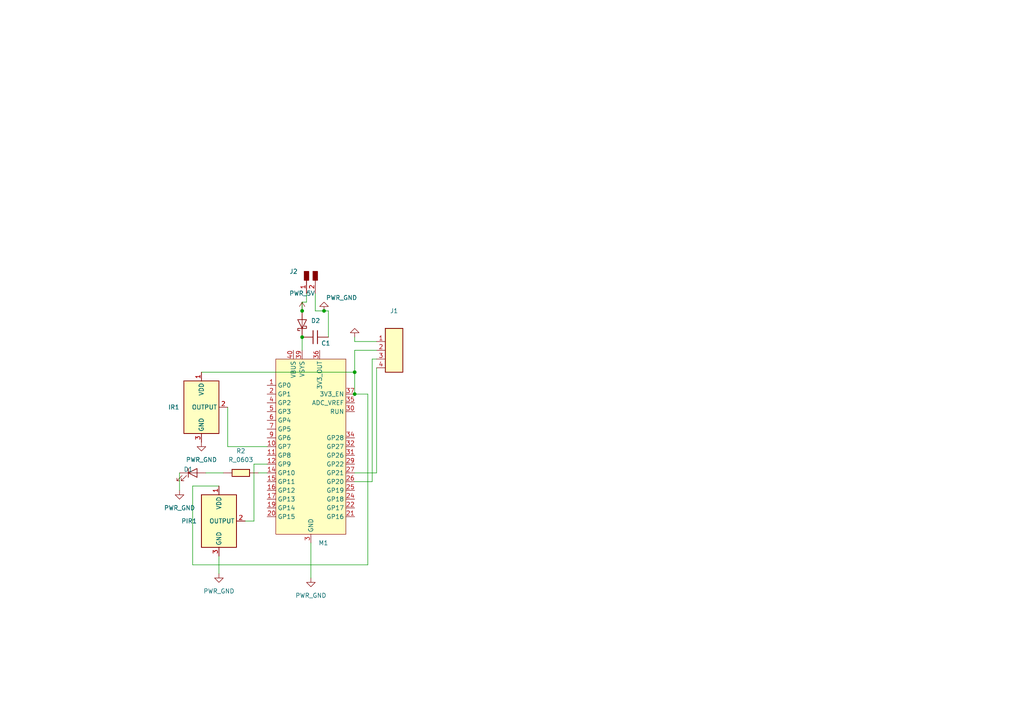
<source format=kicad_sch>
(kicad_sch (version 20231120) (generator "eeschema") (generator_version "8.0")
  (paper "A4")
  (lib_symbols
    (symbol "fab:C_1206" (pin_numbers hide)
      (property "Reference" "C" (at 0.635 2.54 0))
      (property "Value" "C_1206" (at 0.635 -2.54 0))
      (symbol "C_1206_1_1"
        (polyline (pts (xy -1.905 -0.635) (xy 1.905 -0.635)) (stroke (width 0.25)))
        (polyline (pts (xy -1.905 0.635) (xy 1.905 0.635)) (stroke (width 0.25)))
        (pin passive line (at 0 3.81 270) (length 3.175) (name "~") (number "1"))
        (pin passive line (at 0 -3.81 90) (length 3.175) (name "~") (number "2"))
      )
    )
    (symbol "fab:Conn_Header_JST_PH_1x04_P2mm_Vertical_SMD"
      (property "Reference" "J" (at 0 7.62 0))
      (property "Value" "Conn_Header_JST_PH_1x04_P2mm_Vertical_SMD" (at 0 -7.62 0))
      (symbol "Conn_Header_JST_PH_1x04_P2mm_Vertical_SMD_0_1"
        (rectangle (start -2.54 6.35) (end 2.54 -6.35) (stroke (width 0.254)) (fill (type background)))
      )
      (symbol "Conn_Header_JST_PH_1x04_P2mm_Vertical_SMD_1_1"
        (pin passive line (at 5.08 2.54 180) (length 2.54) (name "~") (number "1"))
        (pin passive line (at 5.08 0 180) (length 2.54) (name "~") (number "2"))
        (pin passive line (at 5.08 -2.54 180) (length 2.54) (name "~") (number "3"))
        (pin passive line (at 5.08 -5.08 180) (length 2.54) (name "~") (number "4"))
      )
    )
    (symbol "fab:Diode_Schottky_0603" (pin_numbers hide) (pin_names (offset 1.016) hide)
      (property "Reference" "D" (at 0 2.54 0))
      (property "Value" "Diode_Schottky_0603" (at 0 -2.54 0))
      (symbol "Diode_Schottky_0603_0_1"
        (polyline (pts (xy 1.27 0) (xy -1.27 0)))
        (polyline (pts (xy 1.27 1.27) (xy 1.27 -1.27) (xy -1.27 0) (xy 1.27 1.27)) (stroke (width 0.2032)))
        (polyline (pts (xy -1.905 0.635) (xy -1.905 1.27) (xy -1.27 1.27) (xy -1.27 -1.27) (xy -0.635 -1.27) (xy -0.635 -0.635)) (stroke (width 0.2032)))
      )
      (symbol "Diode_Schottky_0603_1_1"
        (pin passive line (at -3.81 0 0) (length 2.54) (name "K") (number "1"))
        (pin passive line (at 3.81 0 180) (length 2.54) (name "A") (number "2"))
      )
    )
    (symbol "fab:LED_Luminus_1206" (pin_numbers hide) (pin_names (offset 1.016) hide)
      (property "Reference" "D" (at 0 2.54 0))
      (property "Value" "LED_Luminus_1206" (at 0 -2.54 0))
      (symbol "LED_Luminus_1206_0_1"
        (polyline (pts (xy -1.27 -1.27) (xy -1.27 1.27)) (stroke (width 0.2032)))
        (polyline (pts (xy -1.27 0) (xy 1.27 0)))
        (polyline (pts (xy 1.27 -1.27) (xy 1.27 1.27) (xy -1.27 0) (xy 1.27 -1.27)) (stroke (width 0.2032)))
        (polyline (pts (xy -3.048 -0.762) (xy -4.572 -2.286) (xy -3.81 -2.286) (xy -4.572 -2.286) (xy -4.572 -1.524)))
        (polyline (pts (xy -1.778 -0.762) (xy -3.302 -2.286) (xy -2.54 -2.286) (xy -3.302 -2.286) (xy -3.302 -1.524)))
      )
      (symbol "LED_Luminus_1206_1_1"
        (pin passive line (at -3.81 0 0) (length 2.54) (name "K") (number "1"))
        (pin passive line (at 3.81 0 180) (length 2.54) (name "A") (number "2"))
      )
    )
    (symbol "fab:Module_RaspberryPi_PicoW_Combined"
      (property "Reference" "M" (at 0 0 0))
      (property "Value" "Module_RaspberryPi_PicoW_Combined" (at 0 0 0))
      (symbol "Module_RaspberryPi_PicoW_Combined_1_1"
        (rectangle (start -10.16 25.4) (end 10.16 -25.4) (fill (type background)))
        (pin bidirectional line (at -12.7 17.78 0) (length 2.54) (name "GP0") (number "1"))
        (pin bidirectional line (at -12.7 0 0) (length 2.54) (name "GP7") (number "10"))
        (pin bidirectional line (at -12.7 -2.54 0) (length 2.54) (name "GP8") (number "11"))
        (pin bidirectional line (at -12.7 -5.08 0) (length 2.54) (name "GP9") (number "12"))
        (pin passive line (at 0 -27.94 90) (length 2.54) hide (name "GND") (number "13"))
        (pin bidirectional line (at -12.7 -7.62 0) (length 2.54) (name "GP10") (number "14"))
        (pin bidirectional line (at -12.7 -10.16 0) (length 2.54) (name "GP11") (number "15"))
        (pin bidirectional line (at -12.7 -12.7 0) (length 2.54) (name "GP12") (number "16"))
        (pin bidirectional line (at -12.7 -15.24 0) (length 2.54) (name "GP13") (number "17"))
        (pin passive line (at 0 -27.94 90) (length 2.54) hide (name "GND") (number "18"))
        (pin bidirectional line (at -12.7 -17.78 0) (length 2.54) (name "GP14") (number "19"))
        (pin bidirectional line (at -12.7 15.24 0) (length 2.54) (name "GP1") (number "2"))
        (pin bidirectional line (at -12.7 -20.32 0) (length 2.54) (name "GP15") (number "20"))
        (pin bidirectional line (at 12.7 -20.32 180) (length 2.54) (name "GP16") (number "21"))
        (pin bidirectional line (at 12.7 -17.78 180) (length 2.54) (name "GP17") (number "22"))
        (pin passive line (at 0 -27.94 90) (length 2.54) hide (name "GND") (number "23"))
        (pin bidirectional line (at 12.7 -15.24 180) (length 2.54) (name "GP18") (number "24"))
        (pin bidirectional line (at 12.7 -12.7 180) (length 2.54) (name "GP19") (number "25"))
        (pin bidirectional line (at 12.7 -10.16 180) (length 2.54) (name "GP20") (number "26"))
        (pin bidirectional line (at 12.7 -7.62 180) (length 2.54) (name "GP21") (number "27"))
        (pin passive line (at 0 -27.94 90) (length 2.54) hide (name "GND") (number "28"))
        (pin bidirectional line (at 12.7 -5.08 180) (length 2.54) (name "GP22") (number "29"))
        (pin power_in line (at 0 -27.94 90) (length 2.54) (name "GND") (number "3"))
        (pin input line (at 12.7 10.16 180) (length 2.54) (name "RUN") (number "30"))
        (pin bidirectional line (at 12.7 -2.54 180) (length 2.54) (name "GP26") (number "31"))
        (pin bidirectional line (at 12.7 0 180) (length 2.54) (name "GP27") (number "32"))
        (pin passive line (at 0 -27.94 90) (length 2.54) hide (name "GND") (number "33"))
        (pin bidirectional line (at 12.7 2.54 180) (length 2.54) (name "GP28") (number "34"))
        (pin input line (at 12.7 12.7 180) (length 2.54) (name "ADC_VREF") (number "35"))
        (pin power_in line (at 2.54 27.94 270) (length 2.54) (name "3V3_OUT") (number "36"))
        (pin input line (at 12.7 15.24 180) (length 2.54) (name "3V3_EN") (number "37"))
        (pin passive line (at 0 -27.94 90) (length 2.54) hide (name "GND") (number "38"))
        (pin power_in line (at -2.54 27.94 270) (length 2.54) (name "VSYS") (number "39"))
        (pin bidirectional line (at -12.7 12.7 0) (length 2.54) (name "GP2") (number "4"))
        (pin power_in line (at -5.08 27.94 270) (length 2.54) (name "VBUS") (number "40"))
        (pin bidirectional line (at -12.7 10.16 0) (length 2.54) (name "GP3") (number "5"))
        (pin bidirectional line (at -12.7 7.62 0) (length 2.54) (name "GP4") (number "6"))
        (pin bidirectional line (at -12.7 5.08 0) (length 2.54) (name "GP5") (number "7"))
        (pin passive line (at 0 -27.94 90) (length 2.54) hide (name "GND") (number "8"))
        (pin bidirectional line (at -12.7 2.54 0) (length 2.54) (name "GP6") (number "9"))
      )
    )
    (symbol "fab:PWR_5V" (power) (pin_names (offset 0))
      (property "Value" "PWR_5V" (at 0 3.556 0))
      (symbol "PWR_5V_0_1"
        (polyline (pts (xy -0.762 1.27) (xy 0 2.54)))
        (polyline (pts (xy 0 0) (xy 0 2.54)))
        (polyline (pts (xy 0 2.54) (xy 0.762 1.27)))
      )
      (symbol "PWR_5V_1_1"
        (pin power_in line (at 0 0 90) (length 0) hide (name "PWR_5V") (number "1"))
      )
    )
    (symbol "fab:PWR_GND" (power) (pin_names (offset 0))
      (property "Value" "PWR_GND" (at 0 -3.81 0))
      (symbol "PWR_GND_0_1"
        (polyline (pts (xy 0 0) (xy 0 -1.27) (xy 1.27 -1.27) (xy 0 -2.54) (xy -1.27 -1.27) (xy 0 -1.27)))
      )
      (symbol "PWR_GND_1_1"
        (pin power_in line (at 0 0 270) (length 0) hide (name "PWR_GND") (number "1"))
      )
    )
    (symbol "fab:PinHeader_01x02_P2.54mm_Horizontal_SMD" (pin_names hide)
      (property "Reference" "J" (at 0 2.54 0))
      (property "Value" "PinHeader_01x02_P2.54mm_Horizontal_SMD" (at 0 -5.08 0))
      (symbol "PinHeader_01x02_P2.54mm_Horizontal_SMD_1_1"
        (rectangle (start -1.27 -1.905) (end 1.27 -3.175) (stroke (width 0.254)) (fill (type outline)))
        (rectangle (start -1.27 0.635) (end 1.27 -0.635) (stroke (width 0.254)) (fill (type outline)))
        (pin passive line (at 5.08 0 180) (length 3.81) (name "Pin_1") (number "1"))
        (pin passive line (at 5.08 -2.54 180) (length 3.81) (name "Pin_2") (number "2"))
      )
    )
    (symbol "fab:R_0603" (pin_numbers hide) (pin_names (offset 0))
      (property "Reference" "R" (at 2.54 0 90))
      (property "Value" "R_0603" (at -2.54 0 90))
      (symbol "R_0603_0_1"
        (rectangle (start -1.016 -2.54) (end 1.016 2.54) (stroke (width 0.254)) (fill (type background)))
      )
      (symbol "R_0603_1_1"
        (pin passive line (at 0 5.08 270) (length 2.54) (name "~") (number "1"))
        (pin passive line (at 0 -5.08 90) (length 2.54) (name "~") (number "2"))
      )
    )
    (symbol "fab:Sensor_HallEffect_Analog_A1324LLHLT-T"
      (property "Reference" "U" (at -5.08 8.89 0))
      (property "Value" "Sensor_HallEffect_Analog_A1324LLHLT-T" (at 1.27 8.89 0))
      (symbol "Sensor_HallEffect_Analog_A1324LLHLT-T_0_1"
        (rectangle (start 5.08 7.62) (end -5.08 -7.62) (stroke (width 0.254)) (fill (type background)))
      )
      (symbol "Sensor_HallEffect_Analog_A1324LLHLT-T_1_1"
        (pin power_in line (at 0 10.16 270) (length 2.54) (name "VDD") (number "1"))
        (pin open_collector line (at 7.62 0 180) (length 2.54) (name "OUTPUT") (number "2"))
        (pin power_in line (at 0 -10.16 90) (length 2.54) (name "GND") (number "3"))
      )
    )
  )
  (junction (at 87.63 97.79))
  (junction (at 102.87 107.95))
  (junction (at 93.98 90.17))
  (junction (at 87.63 90.17))
  (junction (at 102.87 114.3))
  (wire (pts (xy 95.25 97.79) (xy 95.25 90.17)))
  (wire (pts (xy 109.22 101.6) (xy 102.87 101.6)))
  (wire (pts (xy 63.5 161.29) (xy 63.5 166.37)))
  (wire (pts (xy 74.93 137.16) (xy 77.47 137.16)))
  (wire (pts (xy 95.25 90.17) (xy 93.98 90.17)))
  (wire (pts (xy 77.47 134.62) (xy 73.66 134.62)))
  (wire (pts (xy 91.44 90.17) (xy 93.98 90.17)))
  (wire (pts (xy 87.63 97.79) (xy 87.63 101.6)))
  (wire (pts (xy 55.88 140.97) (xy 55.88 163.83)))
  (wire (pts (xy 106.68 114.3) (xy 102.87 114.3)))
  (wire (pts (xy 109.22 99.06) (xy 102.87 99.06)))
  (wire (pts (xy 91.44 85.09) (xy 91.44 90.17)))
  (wire (pts (xy 66.04 129.54) (xy 66.04 118.11)))
  (wire (pts (xy 90.17 157.48) (xy 90.17 167.64)))
  (wire (pts (xy 55.88 163.83) (xy 106.68 163.83)))
  (wire (pts (xy 106.68 163.83) (xy 106.68 114.3)))
  (wire (pts (xy 109.22 137.16) (xy 102.87 137.16)))
  (wire (pts (xy 102.87 101.6) (xy 102.87 107.95)))
  (wire (pts (xy 109.22 106.68) (xy 109.22 137.16)))
  (wire (pts (xy 88.9 85.09) (xy 88.9 87.63)))
  (wire (pts (xy 102.87 107.95) (xy 102.87 114.3)))
  (wire (pts (xy 58.42 107.95) (xy 102.87 107.95)))
  (wire (pts (xy 59.69 137.16) (xy 64.77 137.16)))
  (wire (pts (xy 73.66 134.62) (xy 73.66 151.13)))
  (wire (pts (xy 107.95 104.14) (xy 109.22 104.14)))
  (wire (pts (xy 107.95 139.7) (xy 107.95 104.14)))
  (wire (pts (xy 63.5 140.97) (xy 55.88 140.97)))
  (wire (pts (xy 77.47 129.54) (xy 66.04 129.54)))
  (wire (pts (xy 52.07 137.16) (xy 52.07 142.24)))
  (wire (pts (xy 102.87 99.06) (xy 102.87 97.79)))
  (wire (pts (xy 73.66 151.13) (xy 71.12 151.13)))
  (wire (pts (xy 88.9 87.63) (xy 87.63 87.63)))
  (wire (pts (xy 87.63 87.63) (xy 87.63 90.17)))
  (wire (pts (xy 102.87 139.7) (xy 107.95 139.7)))
  (symbol (lib_id "fab:C_1206") (at 91.44 97.79 90) (unit 1)
    (property "Reference" "C1" (at 94.488 99.568 90))
    (property "Value" "C_1206" (effects (hide yes)))
    (property "Footprint" "fab:C_1206" (effects (hide yes)))
    (property "Datasheet" "https://www.yageo.com/upload/media/product/productsearch/datasheet/mlcc/UPY-GP_NP0_16V-to-50V_18.pdf" (effects (hide yes)))
    (property "Description" "Unpolarized capacitor, SMD, 1206" (effects (hide yes)))
  )
  (symbol (lib_id "fab:PWR_GND") (at 93.98 90.17 0) (mirror x) (unit 1)
    (property "Reference" "#PWR05" (effects (hide yes)))
    (property "Value" "PWR_GND" (at 99.06 86.36 0))
    (property "Description" "Power symbol creates a global label with name \"GND\" , ground" (effects (hide yes)))
  )
  (symbol (lib_id "fab:PWR_GND") (at 63.5 166.37 0) (unit 1)
    (property "Reference" "#PWR07" (effects (hide yes)))
    (property "Value" "PWR_GND" (at 63.5 171.45 0))
    (property "Description" "Power symbol creates a global label with name \"GND\" , ground" (effects (hide yes)))
  )
  (symbol (lib_id "fab:Sensor_HallEffect_Analog_A1324LLHLT-T") (at 63.5 151.13 0) (unit 1)
    (property "Reference" "PIR1" (at 57.15 151.1299 0) (effects (justify right)))
    (property "Value" "Sensor_HallEffect_Analog_A1324LLHLT-T" (effects (hide yes)))
    (property "Footprint" "fab:SOT-23-3" (effects (hide yes)))
    (property "Datasheet" "https://www.allegromicro.com/~/media/Files/Datasheets/A1324-5-6-Datasheet.ashx" (effects (hide yes)))
    (property "Description" "SENSOR HALL EFFECT ANALOG SOT23W" (effects (hide yes)))
  )
  (symbol (lib_id "fab:Diode_Schottky_0603") (at 87.63 93.98 90) (unit 1)
    (property "Reference" "D2" (at 90.17 93.0274 90) (effects (justify right)))
    (property "Value" "Diode_Schottky_0603" (effects (hide yes)))
    (property "Footprint" "fab:Diode_Schottky_0603" (effects (hide yes)))
    (property "Datasheet" "https://www.digikey.com/en/products/detail/bourns-inc/CD0603-B0340R/7796828" (effects (hide yes)))
    (property "Description" "Schottky diode" (effects (hide yes)))
  )
  (symbol (lib_id "fab:Module_RaspberryPi_PicoW_Combined") (at 90.17 129.54 0) (unit 1)
    (property "Reference" "M1" (at 92.3641 157.48 0) (effects (justify left)))
    (property "Value" "Module_RaspberryPi_PicoW_Combined" (effects (hide yes)))
    (property "Footprint" "fab:RaspberryPi_PicoW_Combined" (effects (hide yes)))
    (property "Datasheet" "https://datasheets.raspberrypi.com/picow/pico-w-datasheet.pdf" (effects (hide yes)))
    (property "Description" "RP2040 Transceiver; 802.11 b/g/n (Wi-Fi, WiFi, WLAN), Bluetooth® 5 2.4GHz Evaluation Board" (effects (hide yes)))
  )
  (symbol (lib_id "fab:PWR_5V") (at 87.63 90.17 0) (unit 1)
    (property "Reference" "#PWR01" (effects (hide yes)))
    (property "Value" "PWR_5V" (at 87.63 85.09 0))
    (property "Description" "Power symbol creates a global label with name \"+5V\"" (effects (hide yes)))
  )
  (symbol (lib_id "fab:R_0603") (at 69.85 137.16 270) (unit 1)
    (property "Reference" "R2" (at 69.85 130.81 90))
    (property "Value" "R_0603" (at 69.85 133.35 90))
    (property "Footprint" "fab:R_0603" (effects (hide yes)))
    (property "Description" "Resistor" (effects (hide yes)))
  )
  (symbol (lib_id "fab:Conn_Header_JST_PH_1x04_P2mm_Vertical_SMD") (at 114.3 101.6 0) (mirror y) (unit 1)
    (property "Reference" "J1" (at 114.3 90.17 0))
    (property "Value" "Conn_Header_JST_PH_1x04_P2mm_Vertical_SMD" (effects (hide yes)))
    (property "Footprint" "fab:Header_JST_PH_1x04_P2mm_Vertical_SMD" (effects (hide yes)))
    (property "Datasheet" "https://www.jst-mfg.com/product/pdf/eng/ePH.pdf" (effects (hide yes)))
    (property "Description" "Male JST PH 4 pin connector" (effects (hide yes)))
  )
  (symbol (lib_id "fab:PWR_GND") (at 58.42 128.27 0) (unit 1)
    (property "Reference" "#PWR06" (effects (hide yes)))
    (property "Value" "PWR_GND" (at 58.42 133.35 0))
    (property "Description" "Power symbol creates a global label with name \"GND\" , ground" (effects (hide yes)))
  )
  (symbol (lib_id "fab:PWR_GND") (at 52.07 142.24 0) (unit 1)
    (property "Reference" "#PWR02" (effects (hide yes)))
    (property "Value" "PWR_GND" (at 52.07 147.32 0))
    (property "Description" "Power symbol creates a global label with name \"GND\" , ground" (effects (hide yes)))
  )
  (symbol (lib_id "fab:PWR_GND") (at 90.17 167.64 0) (unit 1)
    (property "Reference" "#PWR03" (effects (hide yes)))
    (property "Value" "PWR_GND" (at 90.17 172.72 0))
    (property "Description" "Power symbol creates a global label with name \"GND\" , ground" (effects (hide yes)))
  )
  (symbol (lib_id "fab:PinHeader_01x02_P2.54mm_Horizontal_SMD") (at 88.9 80.01 90) (mirror x) (unit 1)
    (property "Reference" "J2" (at 86.36 78.7399 90) (effects (justify left)))
    (property "Value" "PinHeader_01x02_P2.54mm_Horizontal_SMD" (effects (hide yes)))
    (property "Footprint" "fab:PinHeader_01x02_P2.54mm_Horizontal_SMD" (effects (hide yes)))
    (property "Description" "Male connector, single row" (effects (hide yes)))
  )
  (symbol (lib_id "fab:LED_Luminus_1206") (at 55.88 137.16 0) (unit 1)
    (property "Reference" "D1" (at 54.61 136.144 0))
    (property "Value" "LED_Luminus_1206" (effects (hide yes)))
    (property "Footprint" "fab:LED_Luminus_1206" (effects (hide yes)))
    (property "Datasheet" "https://download.luminus.com/datasheets/Luminus_MP3014_1100_Datasheet.pdf" (effects (hide yes)))
    (property "Description" "LED Lighting - White, Cool 5000K 2.85V 60mA 110° 1206 (3014 Metric)" (effects (hide yes)))
  )
  (symbol (lib_id "fab:PWR_GND") (at 102.87 97.79 0) (mirror x) (unit 1)
    (property "Reference" "#PWR04" (effects (hide yes)))
    (property "Value" "PWR_GND" (effects (hide yes)))
    (property "Description" "Power symbol creates a global label with name \"GND\" , ground" (effects (hide yes)))
  )
  (symbol (lib_id "fab:Sensor_HallEffect_Analog_A1324LLHLT-T") (at 58.42 118.11 0) (unit 1)
    (property "Reference" "IR1" (at 52.07 118.1099 0) (effects (justify right)))
    (property "Value" "Sensor_HallEffect_Analog_A1324LLHLT-T" (effects (hide yes)))
    (property "Footprint" "fab:SOT-23-3" (effects (hide yes)))
    (property "Datasheet" "https://www.allegromicro.com/~/media/Files/Datasheets/A1324-5-6-Datasheet.ashx" (effects (hide yes)))
    (property "Description" "SENSOR HALL EFFECT ANALOG SOT23W" (effects (hide yes)))
  )
)
</source>
